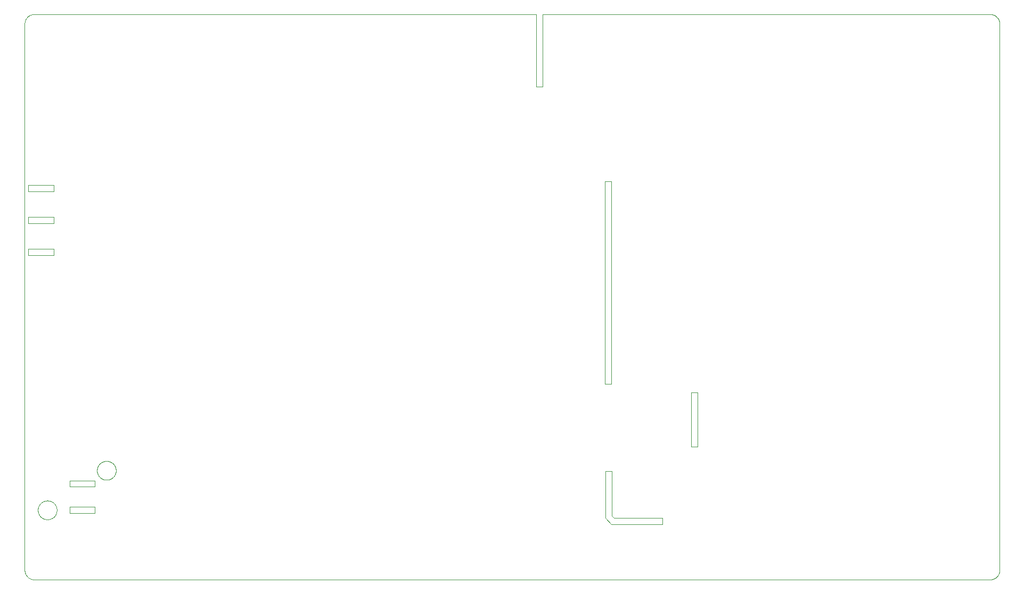
<source format=gko>
G75*
%MOIN*%
%OFA0B0*%
%FSLAX25Y25*%
%IPPOS*%
%LPD*%
%AMOC8*
5,1,8,0,0,1.08239X$1,22.5*
%
%ADD10C,0.00394*%
%ADD11C,0.00400*%
%ADD12C,0.00000*%
D10*
X0029727Y0018748D02*
X0029727Y0361268D01*
X0029729Y0361420D01*
X0029735Y0361572D01*
X0029745Y0361724D01*
X0029758Y0361875D01*
X0029776Y0362026D01*
X0029797Y0362177D01*
X0029823Y0362327D01*
X0029852Y0362476D01*
X0029885Y0362625D01*
X0029922Y0362772D01*
X0029962Y0362919D01*
X0030007Y0363064D01*
X0030055Y0363208D01*
X0030107Y0363351D01*
X0030162Y0363493D01*
X0030221Y0363633D01*
X0030284Y0363772D01*
X0030350Y0363909D01*
X0030420Y0364044D01*
X0030493Y0364177D01*
X0030570Y0364308D01*
X0030650Y0364438D01*
X0030733Y0364565D01*
X0030819Y0364690D01*
X0030909Y0364813D01*
X0031002Y0364933D01*
X0031098Y0365051D01*
X0031197Y0365167D01*
X0031299Y0365280D01*
X0031403Y0365390D01*
X0031511Y0365498D01*
X0031621Y0365602D01*
X0031734Y0365704D01*
X0031850Y0365803D01*
X0031968Y0365899D01*
X0032088Y0365992D01*
X0032211Y0366082D01*
X0032336Y0366168D01*
X0032463Y0366251D01*
X0032593Y0366331D01*
X0032724Y0366408D01*
X0032857Y0366481D01*
X0032992Y0366551D01*
X0033129Y0366617D01*
X0033268Y0366680D01*
X0033408Y0366739D01*
X0033550Y0366794D01*
X0033693Y0366846D01*
X0033837Y0366894D01*
X0033982Y0366939D01*
X0034129Y0366979D01*
X0034276Y0367016D01*
X0034425Y0367049D01*
X0034574Y0367078D01*
X0034724Y0367104D01*
X0034875Y0367125D01*
X0035026Y0367143D01*
X0035177Y0367156D01*
X0035329Y0367166D01*
X0035481Y0367172D01*
X0035633Y0367174D01*
X0035633Y0367173D02*
X0349977Y0367173D01*
X0353977Y0367173D02*
X0634058Y0367173D01*
X0634058Y0367174D02*
X0634210Y0367172D01*
X0634362Y0367166D01*
X0634514Y0367156D01*
X0634665Y0367143D01*
X0634816Y0367125D01*
X0634967Y0367104D01*
X0635117Y0367078D01*
X0635266Y0367049D01*
X0635415Y0367016D01*
X0635562Y0366979D01*
X0635709Y0366939D01*
X0635854Y0366894D01*
X0635998Y0366846D01*
X0636141Y0366794D01*
X0636283Y0366739D01*
X0636423Y0366680D01*
X0636562Y0366617D01*
X0636699Y0366551D01*
X0636834Y0366481D01*
X0636967Y0366408D01*
X0637098Y0366331D01*
X0637228Y0366251D01*
X0637355Y0366168D01*
X0637480Y0366082D01*
X0637603Y0365992D01*
X0637723Y0365899D01*
X0637841Y0365803D01*
X0637957Y0365704D01*
X0638070Y0365602D01*
X0638180Y0365498D01*
X0638288Y0365390D01*
X0638392Y0365280D01*
X0638494Y0365167D01*
X0638593Y0365051D01*
X0638689Y0364933D01*
X0638782Y0364813D01*
X0638872Y0364690D01*
X0638958Y0364565D01*
X0639041Y0364438D01*
X0639121Y0364308D01*
X0639198Y0364177D01*
X0639271Y0364044D01*
X0639341Y0363909D01*
X0639407Y0363772D01*
X0639470Y0363633D01*
X0639529Y0363493D01*
X0639584Y0363351D01*
X0639636Y0363208D01*
X0639684Y0363064D01*
X0639729Y0362919D01*
X0639769Y0362772D01*
X0639806Y0362625D01*
X0639839Y0362476D01*
X0639868Y0362327D01*
X0639894Y0362177D01*
X0639915Y0362026D01*
X0639933Y0361875D01*
X0639946Y0361724D01*
X0639956Y0361572D01*
X0639962Y0361420D01*
X0639964Y0361268D01*
X0639963Y0361268D02*
X0639963Y0018748D01*
X0639964Y0018748D02*
X0639962Y0018596D01*
X0639956Y0018444D01*
X0639946Y0018292D01*
X0639933Y0018141D01*
X0639915Y0017990D01*
X0639894Y0017839D01*
X0639868Y0017689D01*
X0639839Y0017540D01*
X0639806Y0017391D01*
X0639769Y0017244D01*
X0639729Y0017097D01*
X0639684Y0016952D01*
X0639636Y0016808D01*
X0639584Y0016665D01*
X0639529Y0016523D01*
X0639470Y0016383D01*
X0639407Y0016244D01*
X0639341Y0016107D01*
X0639271Y0015972D01*
X0639198Y0015839D01*
X0639121Y0015708D01*
X0639041Y0015578D01*
X0638958Y0015451D01*
X0638872Y0015326D01*
X0638782Y0015203D01*
X0638689Y0015083D01*
X0638593Y0014965D01*
X0638494Y0014849D01*
X0638392Y0014736D01*
X0638288Y0014626D01*
X0638180Y0014518D01*
X0638070Y0014414D01*
X0637957Y0014312D01*
X0637841Y0014213D01*
X0637723Y0014117D01*
X0637603Y0014024D01*
X0637480Y0013934D01*
X0637355Y0013848D01*
X0637228Y0013765D01*
X0637098Y0013685D01*
X0636967Y0013608D01*
X0636834Y0013535D01*
X0636699Y0013465D01*
X0636562Y0013399D01*
X0636423Y0013336D01*
X0636283Y0013277D01*
X0636141Y0013222D01*
X0635998Y0013170D01*
X0635854Y0013122D01*
X0635709Y0013077D01*
X0635562Y0013037D01*
X0635415Y0013000D01*
X0635266Y0012967D01*
X0635117Y0012938D01*
X0634967Y0012912D01*
X0634816Y0012891D01*
X0634665Y0012873D01*
X0634514Y0012860D01*
X0634362Y0012850D01*
X0634210Y0012844D01*
X0634058Y0012842D01*
X0634058Y0012843D02*
X0035633Y0012843D01*
X0035633Y0012842D02*
X0035481Y0012844D01*
X0035329Y0012850D01*
X0035177Y0012860D01*
X0035026Y0012873D01*
X0034875Y0012891D01*
X0034724Y0012912D01*
X0034574Y0012938D01*
X0034425Y0012967D01*
X0034276Y0013000D01*
X0034129Y0013037D01*
X0033982Y0013077D01*
X0033837Y0013122D01*
X0033693Y0013170D01*
X0033550Y0013222D01*
X0033408Y0013277D01*
X0033268Y0013336D01*
X0033129Y0013399D01*
X0032992Y0013465D01*
X0032857Y0013535D01*
X0032724Y0013608D01*
X0032593Y0013685D01*
X0032463Y0013765D01*
X0032336Y0013848D01*
X0032211Y0013934D01*
X0032088Y0014024D01*
X0031968Y0014117D01*
X0031850Y0014213D01*
X0031734Y0014312D01*
X0031621Y0014414D01*
X0031511Y0014518D01*
X0031403Y0014626D01*
X0031299Y0014736D01*
X0031197Y0014849D01*
X0031098Y0014965D01*
X0031002Y0015083D01*
X0030909Y0015203D01*
X0030819Y0015326D01*
X0030733Y0015451D01*
X0030650Y0015578D01*
X0030570Y0015708D01*
X0030493Y0015839D01*
X0030420Y0015972D01*
X0030350Y0016107D01*
X0030284Y0016244D01*
X0030221Y0016383D01*
X0030162Y0016523D01*
X0030107Y0016665D01*
X0030055Y0016808D01*
X0030007Y0016952D01*
X0029962Y0017097D01*
X0029922Y0017244D01*
X0029885Y0017391D01*
X0029852Y0017540D01*
X0029823Y0017689D01*
X0029797Y0017839D01*
X0029776Y0017990D01*
X0029758Y0018141D01*
X0029745Y0018292D01*
X0029735Y0018444D01*
X0029729Y0018596D01*
X0029727Y0018748D01*
X0057897Y0054411D02*
X0057897Y0058348D01*
X0073645Y0058348D01*
X0073645Y0054411D01*
X0057897Y0054411D01*
X0057897Y0070947D02*
X0057897Y0074884D01*
X0073645Y0074884D01*
X0073645Y0070947D01*
X0057897Y0070947D01*
X0047837Y0216051D02*
X0032089Y0216051D01*
X0032089Y0219988D01*
X0047837Y0219988D01*
X0047837Y0216051D01*
X0047837Y0236051D02*
X0032089Y0236051D01*
X0032089Y0239988D01*
X0047837Y0239988D01*
X0047837Y0236051D01*
X0047837Y0256051D02*
X0032089Y0256051D01*
X0032089Y0259988D01*
X0047837Y0259988D01*
X0047837Y0256051D01*
D11*
X0349977Y0321843D02*
X0353977Y0321843D01*
X0353977Y0367173D01*
X0349977Y0367173D02*
X0349977Y0321843D01*
X0392977Y0262343D02*
X0396977Y0262343D01*
X0396977Y0135343D01*
X0392977Y0135343D01*
X0392977Y0262343D01*
X0446977Y0130093D02*
X0450977Y0130093D01*
X0450977Y0096093D01*
X0446977Y0096093D01*
X0446977Y0130093D01*
X0397227Y0080711D02*
X0393227Y0080711D01*
X0393227Y0051343D01*
X0396977Y0047593D01*
X0428845Y0047593D01*
X0428845Y0051593D01*
X0398477Y0051593D01*
X0397227Y0052843D01*
X0397227Y0080711D01*
D12*
X0075022Y0081183D02*
X0075024Y0081336D01*
X0075030Y0081490D01*
X0075040Y0081643D01*
X0075054Y0081795D01*
X0075072Y0081948D01*
X0075094Y0082099D01*
X0075119Y0082250D01*
X0075149Y0082401D01*
X0075183Y0082551D01*
X0075220Y0082699D01*
X0075261Y0082847D01*
X0075306Y0082993D01*
X0075355Y0083139D01*
X0075408Y0083283D01*
X0075464Y0083425D01*
X0075524Y0083566D01*
X0075588Y0083706D01*
X0075655Y0083844D01*
X0075726Y0083980D01*
X0075801Y0084114D01*
X0075878Y0084246D01*
X0075960Y0084376D01*
X0076044Y0084504D01*
X0076132Y0084630D01*
X0076223Y0084753D01*
X0076317Y0084874D01*
X0076415Y0084992D01*
X0076515Y0085108D01*
X0076619Y0085221D01*
X0076725Y0085332D01*
X0076834Y0085440D01*
X0076946Y0085545D01*
X0077060Y0085646D01*
X0077178Y0085745D01*
X0077297Y0085841D01*
X0077419Y0085934D01*
X0077544Y0086023D01*
X0077671Y0086110D01*
X0077800Y0086192D01*
X0077931Y0086272D01*
X0078064Y0086348D01*
X0078199Y0086421D01*
X0078336Y0086490D01*
X0078475Y0086555D01*
X0078615Y0086617D01*
X0078757Y0086675D01*
X0078900Y0086730D01*
X0079045Y0086781D01*
X0079191Y0086828D01*
X0079338Y0086871D01*
X0079486Y0086910D01*
X0079635Y0086946D01*
X0079785Y0086977D01*
X0079936Y0087005D01*
X0080087Y0087029D01*
X0080240Y0087049D01*
X0080392Y0087065D01*
X0080545Y0087077D01*
X0080698Y0087085D01*
X0080851Y0087089D01*
X0081005Y0087089D01*
X0081158Y0087085D01*
X0081311Y0087077D01*
X0081464Y0087065D01*
X0081616Y0087049D01*
X0081769Y0087029D01*
X0081920Y0087005D01*
X0082071Y0086977D01*
X0082221Y0086946D01*
X0082370Y0086910D01*
X0082518Y0086871D01*
X0082665Y0086828D01*
X0082811Y0086781D01*
X0082956Y0086730D01*
X0083099Y0086675D01*
X0083241Y0086617D01*
X0083381Y0086555D01*
X0083520Y0086490D01*
X0083657Y0086421D01*
X0083792Y0086348D01*
X0083925Y0086272D01*
X0084056Y0086192D01*
X0084185Y0086110D01*
X0084312Y0086023D01*
X0084437Y0085934D01*
X0084559Y0085841D01*
X0084678Y0085745D01*
X0084796Y0085646D01*
X0084910Y0085545D01*
X0085022Y0085440D01*
X0085131Y0085332D01*
X0085237Y0085221D01*
X0085341Y0085108D01*
X0085441Y0084992D01*
X0085539Y0084874D01*
X0085633Y0084753D01*
X0085724Y0084630D01*
X0085812Y0084504D01*
X0085896Y0084376D01*
X0085978Y0084246D01*
X0086055Y0084114D01*
X0086130Y0083980D01*
X0086201Y0083844D01*
X0086268Y0083706D01*
X0086332Y0083566D01*
X0086392Y0083425D01*
X0086448Y0083283D01*
X0086501Y0083139D01*
X0086550Y0082993D01*
X0086595Y0082847D01*
X0086636Y0082699D01*
X0086673Y0082551D01*
X0086707Y0082401D01*
X0086737Y0082250D01*
X0086762Y0082099D01*
X0086784Y0081948D01*
X0086802Y0081795D01*
X0086816Y0081643D01*
X0086826Y0081490D01*
X0086832Y0081336D01*
X0086834Y0081183D01*
X0086832Y0081030D01*
X0086826Y0080876D01*
X0086816Y0080723D01*
X0086802Y0080571D01*
X0086784Y0080418D01*
X0086762Y0080267D01*
X0086737Y0080116D01*
X0086707Y0079965D01*
X0086673Y0079815D01*
X0086636Y0079667D01*
X0086595Y0079519D01*
X0086550Y0079373D01*
X0086501Y0079227D01*
X0086448Y0079083D01*
X0086392Y0078941D01*
X0086332Y0078800D01*
X0086268Y0078660D01*
X0086201Y0078522D01*
X0086130Y0078386D01*
X0086055Y0078252D01*
X0085978Y0078120D01*
X0085896Y0077990D01*
X0085812Y0077862D01*
X0085724Y0077736D01*
X0085633Y0077613D01*
X0085539Y0077492D01*
X0085441Y0077374D01*
X0085341Y0077258D01*
X0085237Y0077145D01*
X0085131Y0077034D01*
X0085022Y0076926D01*
X0084910Y0076821D01*
X0084796Y0076720D01*
X0084678Y0076621D01*
X0084559Y0076525D01*
X0084437Y0076432D01*
X0084312Y0076343D01*
X0084185Y0076256D01*
X0084056Y0076174D01*
X0083925Y0076094D01*
X0083792Y0076018D01*
X0083657Y0075945D01*
X0083520Y0075876D01*
X0083381Y0075811D01*
X0083241Y0075749D01*
X0083099Y0075691D01*
X0082956Y0075636D01*
X0082811Y0075585D01*
X0082665Y0075538D01*
X0082518Y0075495D01*
X0082370Y0075456D01*
X0082221Y0075420D01*
X0082071Y0075389D01*
X0081920Y0075361D01*
X0081769Y0075337D01*
X0081616Y0075317D01*
X0081464Y0075301D01*
X0081311Y0075289D01*
X0081158Y0075281D01*
X0081005Y0075277D01*
X0080851Y0075277D01*
X0080698Y0075281D01*
X0080545Y0075289D01*
X0080392Y0075301D01*
X0080240Y0075317D01*
X0080087Y0075337D01*
X0079936Y0075361D01*
X0079785Y0075389D01*
X0079635Y0075420D01*
X0079486Y0075456D01*
X0079338Y0075495D01*
X0079191Y0075538D01*
X0079045Y0075585D01*
X0078900Y0075636D01*
X0078757Y0075691D01*
X0078615Y0075749D01*
X0078475Y0075811D01*
X0078336Y0075876D01*
X0078199Y0075945D01*
X0078064Y0076018D01*
X0077931Y0076094D01*
X0077800Y0076174D01*
X0077671Y0076256D01*
X0077544Y0076343D01*
X0077419Y0076432D01*
X0077297Y0076525D01*
X0077178Y0076621D01*
X0077060Y0076720D01*
X0076946Y0076821D01*
X0076834Y0076926D01*
X0076725Y0077034D01*
X0076619Y0077145D01*
X0076515Y0077258D01*
X0076415Y0077374D01*
X0076317Y0077492D01*
X0076223Y0077613D01*
X0076132Y0077736D01*
X0076044Y0077862D01*
X0075960Y0077990D01*
X0075878Y0078120D01*
X0075801Y0078252D01*
X0075726Y0078386D01*
X0075655Y0078522D01*
X0075588Y0078660D01*
X0075524Y0078800D01*
X0075464Y0078941D01*
X0075408Y0079083D01*
X0075355Y0079227D01*
X0075306Y0079373D01*
X0075261Y0079519D01*
X0075220Y0079667D01*
X0075183Y0079815D01*
X0075149Y0079965D01*
X0075119Y0080116D01*
X0075094Y0080267D01*
X0075072Y0080418D01*
X0075054Y0080571D01*
X0075040Y0080723D01*
X0075030Y0080876D01*
X0075024Y0081030D01*
X0075022Y0081183D01*
X0038014Y0056380D02*
X0038016Y0056533D01*
X0038022Y0056687D01*
X0038032Y0056840D01*
X0038046Y0056992D01*
X0038064Y0057145D01*
X0038086Y0057296D01*
X0038111Y0057447D01*
X0038141Y0057598D01*
X0038175Y0057748D01*
X0038212Y0057896D01*
X0038253Y0058044D01*
X0038298Y0058190D01*
X0038347Y0058336D01*
X0038400Y0058480D01*
X0038456Y0058622D01*
X0038516Y0058763D01*
X0038580Y0058903D01*
X0038647Y0059041D01*
X0038718Y0059177D01*
X0038793Y0059311D01*
X0038870Y0059443D01*
X0038952Y0059573D01*
X0039036Y0059701D01*
X0039124Y0059827D01*
X0039215Y0059950D01*
X0039309Y0060071D01*
X0039407Y0060189D01*
X0039507Y0060305D01*
X0039611Y0060418D01*
X0039717Y0060529D01*
X0039826Y0060637D01*
X0039938Y0060742D01*
X0040052Y0060843D01*
X0040170Y0060942D01*
X0040289Y0061038D01*
X0040411Y0061131D01*
X0040536Y0061220D01*
X0040663Y0061307D01*
X0040792Y0061389D01*
X0040923Y0061469D01*
X0041056Y0061545D01*
X0041191Y0061618D01*
X0041328Y0061687D01*
X0041467Y0061752D01*
X0041607Y0061814D01*
X0041749Y0061872D01*
X0041892Y0061927D01*
X0042037Y0061978D01*
X0042183Y0062025D01*
X0042330Y0062068D01*
X0042478Y0062107D01*
X0042627Y0062143D01*
X0042777Y0062174D01*
X0042928Y0062202D01*
X0043079Y0062226D01*
X0043232Y0062246D01*
X0043384Y0062262D01*
X0043537Y0062274D01*
X0043690Y0062282D01*
X0043843Y0062286D01*
X0043997Y0062286D01*
X0044150Y0062282D01*
X0044303Y0062274D01*
X0044456Y0062262D01*
X0044608Y0062246D01*
X0044761Y0062226D01*
X0044912Y0062202D01*
X0045063Y0062174D01*
X0045213Y0062143D01*
X0045362Y0062107D01*
X0045510Y0062068D01*
X0045657Y0062025D01*
X0045803Y0061978D01*
X0045948Y0061927D01*
X0046091Y0061872D01*
X0046233Y0061814D01*
X0046373Y0061752D01*
X0046512Y0061687D01*
X0046649Y0061618D01*
X0046784Y0061545D01*
X0046917Y0061469D01*
X0047048Y0061389D01*
X0047177Y0061307D01*
X0047304Y0061220D01*
X0047429Y0061131D01*
X0047551Y0061038D01*
X0047670Y0060942D01*
X0047788Y0060843D01*
X0047902Y0060742D01*
X0048014Y0060637D01*
X0048123Y0060529D01*
X0048229Y0060418D01*
X0048333Y0060305D01*
X0048433Y0060189D01*
X0048531Y0060071D01*
X0048625Y0059950D01*
X0048716Y0059827D01*
X0048804Y0059701D01*
X0048888Y0059573D01*
X0048970Y0059443D01*
X0049047Y0059311D01*
X0049122Y0059177D01*
X0049193Y0059041D01*
X0049260Y0058903D01*
X0049324Y0058763D01*
X0049384Y0058622D01*
X0049440Y0058480D01*
X0049493Y0058336D01*
X0049542Y0058190D01*
X0049587Y0058044D01*
X0049628Y0057896D01*
X0049665Y0057748D01*
X0049699Y0057598D01*
X0049729Y0057447D01*
X0049754Y0057296D01*
X0049776Y0057145D01*
X0049794Y0056992D01*
X0049808Y0056840D01*
X0049818Y0056687D01*
X0049824Y0056533D01*
X0049826Y0056380D01*
X0049824Y0056227D01*
X0049818Y0056073D01*
X0049808Y0055920D01*
X0049794Y0055768D01*
X0049776Y0055615D01*
X0049754Y0055464D01*
X0049729Y0055313D01*
X0049699Y0055162D01*
X0049665Y0055012D01*
X0049628Y0054864D01*
X0049587Y0054716D01*
X0049542Y0054570D01*
X0049493Y0054424D01*
X0049440Y0054280D01*
X0049384Y0054138D01*
X0049324Y0053997D01*
X0049260Y0053857D01*
X0049193Y0053719D01*
X0049122Y0053583D01*
X0049047Y0053449D01*
X0048970Y0053317D01*
X0048888Y0053187D01*
X0048804Y0053059D01*
X0048716Y0052933D01*
X0048625Y0052810D01*
X0048531Y0052689D01*
X0048433Y0052571D01*
X0048333Y0052455D01*
X0048229Y0052342D01*
X0048123Y0052231D01*
X0048014Y0052123D01*
X0047902Y0052018D01*
X0047788Y0051917D01*
X0047670Y0051818D01*
X0047551Y0051722D01*
X0047429Y0051629D01*
X0047304Y0051540D01*
X0047177Y0051453D01*
X0047048Y0051371D01*
X0046917Y0051291D01*
X0046784Y0051215D01*
X0046649Y0051142D01*
X0046512Y0051073D01*
X0046373Y0051008D01*
X0046233Y0050946D01*
X0046091Y0050888D01*
X0045948Y0050833D01*
X0045803Y0050782D01*
X0045657Y0050735D01*
X0045510Y0050692D01*
X0045362Y0050653D01*
X0045213Y0050617D01*
X0045063Y0050586D01*
X0044912Y0050558D01*
X0044761Y0050534D01*
X0044608Y0050514D01*
X0044456Y0050498D01*
X0044303Y0050486D01*
X0044150Y0050478D01*
X0043997Y0050474D01*
X0043843Y0050474D01*
X0043690Y0050478D01*
X0043537Y0050486D01*
X0043384Y0050498D01*
X0043232Y0050514D01*
X0043079Y0050534D01*
X0042928Y0050558D01*
X0042777Y0050586D01*
X0042627Y0050617D01*
X0042478Y0050653D01*
X0042330Y0050692D01*
X0042183Y0050735D01*
X0042037Y0050782D01*
X0041892Y0050833D01*
X0041749Y0050888D01*
X0041607Y0050946D01*
X0041467Y0051008D01*
X0041328Y0051073D01*
X0041191Y0051142D01*
X0041056Y0051215D01*
X0040923Y0051291D01*
X0040792Y0051371D01*
X0040663Y0051453D01*
X0040536Y0051540D01*
X0040411Y0051629D01*
X0040289Y0051722D01*
X0040170Y0051818D01*
X0040052Y0051917D01*
X0039938Y0052018D01*
X0039826Y0052123D01*
X0039717Y0052231D01*
X0039611Y0052342D01*
X0039507Y0052455D01*
X0039407Y0052571D01*
X0039309Y0052689D01*
X0039215Y0052810D01*
X0039124Y0052933D01*
X0039036Y0053059D01*
X0038952Y0053187D01*
X0038870Y0053317D01*
X0038793Y0053449D01*
X0038718Y0053583D01*
X0038647Y0053719D01*
X0038580Y0053857D01*
X0038516Y0053997D01*
X0038456Y0054138D01*
X0038400Y0054280D01*
X0038347Y0054424D01*
X0038298Y0054570D01*
X0038253Y0054716D01*
X0038212Y0054864D01*
X0038175Y0055012D01*
X0038141Y0055162D01*
X0038111Y0055313D01*
X0038086Y0055464D01*
X0038064Y0055615D01*
X0038046Y0055768D01*
X0038032Y0055920D01*
X0038022Y0056073D01*
X0038016Y0056227D01*
X0038014Y0056380D01*
M02*

</source>
